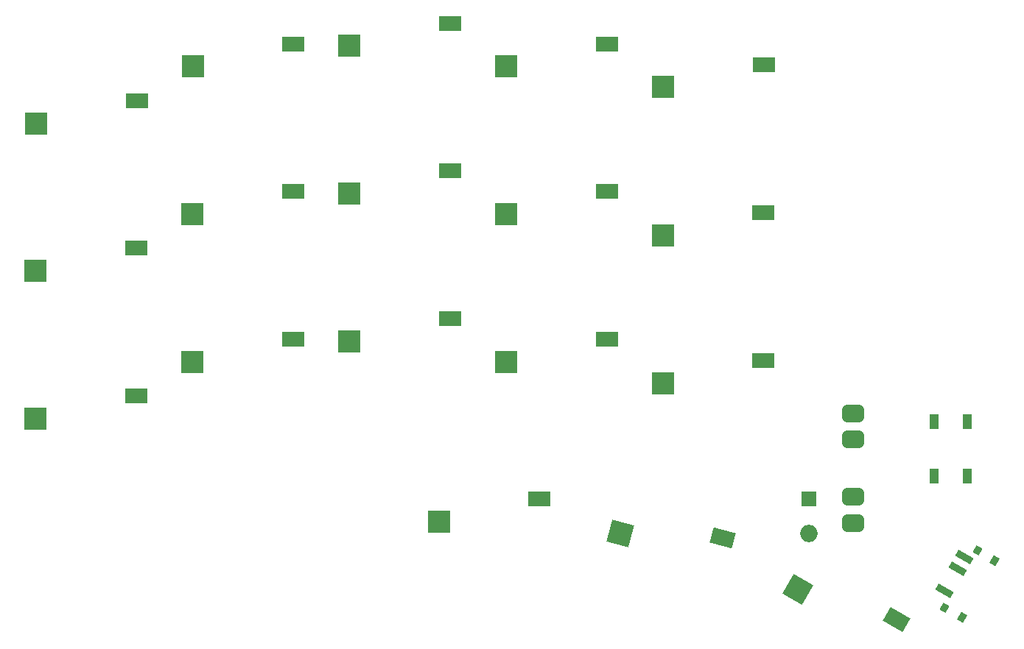
<source format=gbr>
%TF.GenerationSoftware,KiCad,Pcbnew,8.0.6*%
%TF.CreationDate,2024-11-18T19:30:36+07:00*%
%TF.ProjectId,chocowi36-rounded,63686f63-6f77-4693-9336-2d726f756e64,rev?*%
%TF.SameCoordinates,Original*%
%TF.FileFunction,Paste,Top*%
%TF.FilePolarity,Positive*%
%FSLAX46Y46*%
G04 Gerber Fmt 4.6, Leading zero omitted, Abs format (unit mm)*
G04 Created by KiCad (PCBNEW 8.0.6) date 2024-11-18 19:30:36*
%MOMM*%
%LPD*%
G01*
G04 APERTURE LIST*
G04 Aperture macros list*
%AMRoundRect*
0 Rectangle with rounded corners*
0 $1 Rounding radius*
0 $2 $3 $4 $5 $6 $7 $8 $9 X,Y pos of 4 corners*
0 Add a 4 corners polygon primitive as box body*
4,1,4,$2,$3,$4,$5,$6,$7,$8,$9,$2,$3,0*
0 Add four circle primitives for the rounded corners*
1,1,$1+$1,$2,$3*
1,1,$1+$1,$4,$5*
1,1,$1+$1,$6,$7*
1,1,$1+$1,$8,$9*
0 Add four rect primitives between the rounded corners*
20,1,$1+$1,$2,$3,$4,$5,0*
20,1,$1+$1,$4,$5,$6,$7,0*
20,1,$1+$1,$6,$7,$8,$9,0*
20,1,$1+$1,$8,$9,$2,$3,0*%
%AMRotRect*
0 Rectangle, with rotation*
0 The origin of the aperture is its center*
0 $1 length*
0 $2 width*
0 $3 Rotation angle, in degrees counterclockwise*
0 Add horizontal line*
21,1,$1,$2,0,0,$3*%
G04 Aperture macros list end*
%ADD10R,1.700000X1.700000*%
%ADD11O,2.000000X2.000000*%
%ADD12R,2.625000X1.800000*%
%ADD13R,2.600000X2.600000*%
%ADD14RotRect,2.625000X1.800000X345.000000*%
%ADD15RotRect,2.600000X2.600000X345.000000*%
%ADD16RotRect,2.625000X1.800000X330.000000*%
%ADD17RotRect,2.600000X2.600000X330.000000*%
%ADD18RotRect,0.800000X2.000000X240.000000*%
%ADD19RotRect,0.900000X0.800000X240.000000*%
%ADD20RotRect,1.000000X0.800000X240.000000*%
%ADD21R,1.000000X1.700000*%
%ADD22RoundRect,0.500000X0.750000X0.500000X-0.750000X0.500000X-0.750000X-0.500000X0.750000X-0.500000X0*%
G04 APERTURE END LIST*
D10*
%TO.C,BT1*%
X166400000Y-105065000D03*
D11*
X166400000Y-109035000D03*
%TD*%
D12*
%TO.C,SW2*%
X89197500Y-59230000D03*
D13*
X77635000Y-61830000D03*
%TD*%
D12*
%TO.C,SW3*%
X107197500Y-52670000D03*
D13*
X95635000Y-55270000D03*
%TD*%
D12*
%TO.C,SW4*%
X125197500Y-50310000D03*
D13*
X113635000Y-52910000D03*
%TD*%
D12*
%TO.C,SW5*%
X143241500Y-52670000D03*
D13*
X131679000Y-55270000D03*
%TD*%
D12*
%TO.C,SW6*%
X161275500Y-55050000D03*
D13*
X149713000Y-57650000D03*
%TD*%
D12*
%TO.C,SW8*%
X89139500Y-76200000D03*
D13*
X77577000Y-78800000D03*
%TD*%
D12*
%TO.C,SW9*%
X107157500Y-69660000D03*
D13*
X95595000Y-72260000D03*
%TD*%
D12*
%TO.C,SW10*%
X125197500Y-67290000D03*
D13*
X113635000Y-69890000D03*
%TD*%
D12*
%TO.C,SW11*%
X143241500Y-69682000D03*
D13*
X131679000Y-72282000D03*
%TD*%
D12*
%TO.C,SW12*%
X161227500Y-72090000D03*
D13*
X149665000Y-74690000D03*
%TD*%
D12*
%TO.C,SW14*%
X89139500Y-93218000D03*
D13*
X77577000Y-95818000D03*
%TD*%
D12*
%TO.C,SW15*%
X107157500Y-86678000D03*
D13*
X95595000Y-89278000D03*
%TD*%
D12*
%TO.C,SW16*%
X125197500Y-84308000D03*
D13*
X113635000Y-86908000D03*
%TD*%
D12*
%TO.C,SW17*%
X143241500Y-86700000D03*
D13*
X131679000Y-89300000D03*
%TD*%
D12*
%TO.C,SW18*%
X161227500Y-89107999D03*
D13*
X149665000Y-91708000D03*
%TD*%
D14*
%TO.C,SW20*%
X156572882Y-109518239D03*
D15*
X144731435Y-109037051D03*
%TD*%
D16*
%TO.C,SW21*%
X176472059Y-118934989D03*
D17*
X165158640Y-115405405D03*
%TD*%
D12*
%TO.C,SW19*%
X135487500Y-105049999D03*
D13*
X123925000Y-107650000D03*
%TD*%
D18*
%TO.C,SW_POWER1*%
X184267847Y-111758319D03*
X182017847Y-115655433D03*
X183517847Y-113057357D03*
D19*
X182050721Y-117548493D03*
D20*
X184024279Y-118630191D03*
X187774279Y-112135001D03*
D19*
X185850721Y-110966701D03*
%TD*%
D21*
%TO.C,SW_RST1*%
X180800000Y-102450000D03*
X180800000Y-96150000D03*
X184600000Y-102450000D03*
X184600000Y-96150000D03*
%TD*%
D22*
%TO.C,T1*%
X171550000Y-104810000D03*
X171550000Y-98200000D03*
X171550000Y-107800000D03*
X171550000Y-95200000D03*
%TD*%
M02*

</source>
